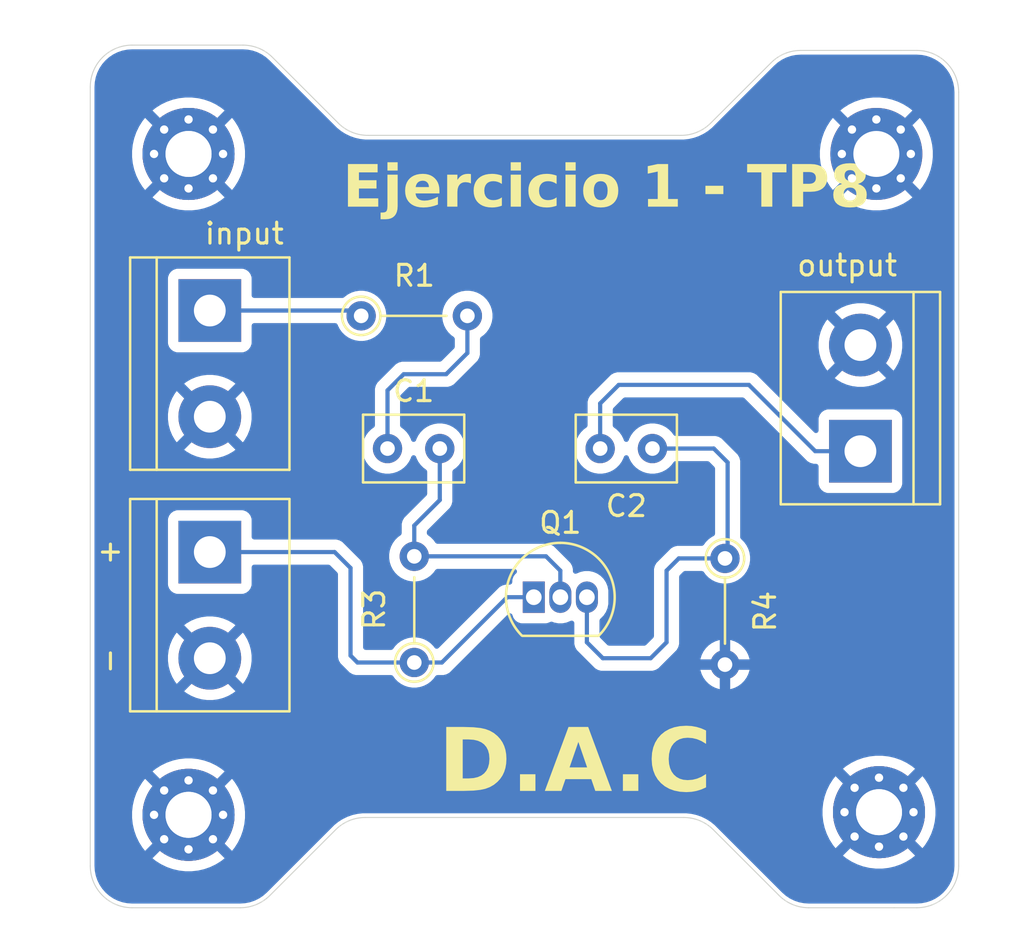
<source format=kicad_pcb>
(kicad_pcb (version 20241229) (generator "pcbnew") (generator_version "9.0")
  (layers (0 "F.Cu" signal) (2 "B.Cu" signal) (13 "F.Paste" user) (15 "B.Paste" user) (5 "F.SilkS" user "F.Silkscreen") (7 "B.SilkS" user "B.Silkscreen") (1 "F.Mask" user) (3 "B.Mask" user) (25 "Edge.Cuts" user))
  (net 0 "")
  (net 1 "Net-(C1-Pad1)")
  (net 2 "Net-(Q1-B)")
  (net 3 "Net-(Q1-E)")
  (net 4 "Net-(J3-Pin_1)")
  (net 5 "Net-(J1-Pin_1)")
  (net 6 "GND")
  (net 7 "VDD")
  (footprint "MountingHole:MountingHole_2.2mm_M2_Pad_Via" (layer "F.Cu") (at 151.638 63.373)
    (property "Reference" "H3" (hide yes))
    (property "Value" "MountingHole_Pad")
    (pad "1" thru_hole circle (at -1.65 0) (size 0.7 0.7) (drill 0.4) (layers "*.Cu" "*.Mask") (net 6 "GND"))
    (pad "1" thru_hole circle (at -1.166726 -1.166726) (size 0.7 0.7) (drill 0.4) (layers "*.Cu" "*.Mask") (net 6 "GND"))
    (pad "1" thru_hole circle (at -1.166726 1.166726) (size 0.7 0.7) (drill 0.4) (layers "*.Cu" "*.Mask") (net 6 "GND"))
    (pad "1" thru_hole circle (at 0 -1.65) (size 0.7 0.7) (drill 0.4) (layers "*.Cu" "*.Mask") (net 6 "GND"))
    (pad "1" thru_hole circle (at 0 0) (size 4.4 4.4) (drill 2.2) (layers "*.Cu" "*.Mask") (net 6 "GND"))
    (pad "1" thru_hole circle (at 0 1.65) (size 0.7 0.7) (drill 0.4) (layers "*.Cu" "*.Mask") (net 6 "GND"))
    (pad "1" thru_hole circle (at 1.166726 -1.166726) (size 0.7 0.7) (drill 0.4) (layers "*.Cu" "*.Mask") (net 6 "GND"))
    (pad "1" thru_hole circle (at 1.166726 1.166726) (size 0.7 0.7) (drill 0.4) (layers "*.Cu" "*.Mask") (net 6 "GND"))
    (pad "1" thru_hole circle (at 1.65 0) (size 0.7 0.7) (drill 0.4) (layers "*.Cu" "*.Mask") (net 6 "GND"))
  )
  (footprint "MountingHole:MountingHole_2.2mm_M2_Pad_Via" (layer "F.Cu") (at 118.745 94.996)
    (property "Reference" "H3" (hide yes))
    (property "Value" "MountingHole_Pad")
    (pad "1" thru_hole circle (at -1.65 0) (size 0.7 0.7) (drill 0.4) (layers "*.Cu" "*.Mask") (net 6 "GND"))
    (pad "1" thru_hole circle (at -1.166726 -1.166726) (size 0.7 0.7) (drill 0.4) (layers "*.Cu" "*.Mask") (net 6 "GND"))
    (pad "1" thru_hole circle (at -1.166726 1.166726) (size 0.7 0.7) (drill 0.4) (layers "*.Cu" "*.Mask") (net 6 "GND"))
    (pad "1" thru_hole circle (at 0 -1.65) (size 0.7 0.7) (drill 0.4) (layers "*.Cu" "*.Mask") (net 6 "GND"))
    (pad "1" thru_hole circle (at 0 0) (size 4.4 4.4) (drill 2.2) (layers "*.Cu" "*.Mask") (net 6 "GND"))
    (pad "1" thru_hole circle (at 0 1.65) (size 0.7 0.7) (drill 0.4) (layers "*.Cu" "*.Mask") (net 6 "GND"))
    (pad "1" thru_hole circle (at 1.166726 -1.166726) (size 0.7 0.7) (drill 0.4) (layers "*.Cu" "*.Mask") (net 6 "GND"))
    (pad "1" thru_hole circle (at 1.166726 1.166726) (size 0.7 0.7) (drill 0.4) (layers "*.Cu" "*.Mask") (net 6 "GND"))
    (pad "1" thru_hole circle (at 1.65 0) (size 0.7 0.7) (drill 0.4) (layers "*.Cu" "*.Mask") (net 6 "GND"))
  )
  (footprint "Package_TO_SOT_THT:TO-92_Inline" (layer "F.Cu") (at 135.255 84.582)
    (property "Reference" "Q1" (at 1.27 -3.56 0) (layer "F.SilkS"))
    (property "Value" "BC548")
    (fp_line (start -0.53 1.85) (end 3.07 1.85) (stroke (width 0.12)) (layer "F.SilkS"))
    (fp_arc (start -0.568478 1.838478) (mid -1.132087 -0.994977) (end 1.27 -2.6) (stroke (width 0.12)) (layer "F.SilkS"))
    (fp_arc (start 1.27 -2.6) (mid 3.672087 -0.994977) (end 3.108478 1.838478) (stroke (width 0.12)) (layer "F.SilkS"))
    (pad "1" thru_hole rect (at 0 0) (size 1.05 1.5) (drill 0.75) (layers "*.Cu" "*.Mask") (net 7 "VDD"))
    (pad "2" thru_hole oval (at 1.27 0) (size 1.05 1.5) (drill 0.75) (layers "*.Cu" "*.Mask") (net 2 "Net-(Q1-B)"))
    (pad "3" thru_hole oval (at 2.54 0) (size 1.05 1.5) (drill 0.75) (layers "*.Cu" "*.Mask") (net 3 "Net-(Q1-E)"))
  )
  (footprint "" (layer "F.Cu") (at 118.745 63.373)
    (property "Reference" "" (at 0 0 0) (layer "F.SilkS") (effects (font (size 1.27 1.27))))
    (property "Value" "")
    (pad "1" thru_hole circle (at 0 0) (size 4.4 4.4) (drill 2.2) (layers "*.Cu" "*.Mask") (net 6 "GND"))
  )
  (footprint "MountingHole:MountingHole_2.2mm_M2_Pad_Via" (layer "F.Cu") (at 151.765 94.869)
    (property "Reference" "H3" (hide yes))
    (property "Value" "MountingHole_Pad")
    (pad "1" thru_hole circle (at -1.65 0) (size 0.7 0.7) (drill 0.4) (layers "*.Cu" "*.Mask") (net 6 "GND"))
    (pad "1" thru_hole circle (at -1.166726 -1.166726) (size 0.7 0.7) (drill 0.4) (layers "*.Cu" "*.Mask") (net 6 "GND"))
    (pad "1" thru_hole circle (at -1.166726 1.166726) (size 0.7 0.7) (drill 0.4) (layers "*.Cu" "*.Mask") (net 6 "GND"))
    (pad "1" thru_hole circle (at 0 -1.65) (size 0.7 0.7) (drill 0.4) (layers "*.Cu" "*.Mask") (net 6 "GND"))
    (pad "1" thru_hole circle (at 0 0) (size 4.4 4.4) (drill 2.2) (layers "*.Cu" "*.Mask") (net 6 "GND"))
    (pad "1" thru_hole circle (at 0 1.65) (size 0.7 0.7) (drill 0.4) (layers "*.Cu" "*.Mask") (net 6 "GND"))
    (pad "1" thru_hole circle (at 1.166726 -1.166726) (size 0.7 0.7) (drill 0.4) (layers "*.Cu" "*.Mask") (net 6 "GND"))
    (pad "1" thru_hole circle (at 1.166726 1.166726) (size 0.7 0.7) (drill 0.4) (layers "*.Cu" "*.Mask") (net 6 "GND"))
    (pad "1" thru_hole circle (at 1.65 0) (size 0.7 0.7) (drill 0.4) (layers "*.Cu" "*.Mask") (net 6 "GND"))
  )
  (footprint "Capacitor_THT:C_Rect_L4.6mm_W3.0mm_P2.50mm_MKS02_FKP02" (layer "F.Cu") (at 140.93 77.47 180)
    (property "Reference" "C2" (at 1.25 -2.75 0) (layer "F.SilkS"))
    (property "Value" "C")
    (fp_line (start 3.67 -1.62) (end 3.67 1.62) (stroke (width 0.12)) (layer "F.SilkS"))
    (fp_line (start -1.17 1.62) (end 3.67 1.62) (stroke (width 0.12)) (layer "F.SilkS"))
    (fp_line (start -1.17 -1.62) (end 3.67 -1.62) (stroke (width 0.12)) (layer "F.SilkS"))
    (fp_line (start -1.17 -1.62) (end -1.17 1.62) (stroke (width 0.12)) (layer "F.SilkS"))
    (pad "1" thru_hole circle (at 0 0 180) (size 1.4 1.4) (drill 0.7) (layers "*.Cu" "*.Mask") (net 3 "Net-(Q1-E)"))
    (pad "2" thru_hole circle (at 2.5 0 180) (size 1.4 1.4) (drill 0.7) (layers "*.Cu" "*.Mask") (net 4 "Net-(J3-Pin_1)"))
  )
  (footprint "TerminalBlock:TerminalBlock_bornier-2_P5.08mm" (layer "F.Cu") (at 150.876 77.597 90)
    (property "Reference" "output" (at 8.89 -0.635 0) (layer "F.SilkS"))
    (property "Value" "output_signal")
    (fp_line (start 7.62 -3.81) (end -2.54 -3.81) (stroke (width 0.12)) (layer "F.SilkS"))
    (fp_line (start -2.54 -3.81) (end -2.54 3.81) (stroke (width 0.12)) (layer "F.SilkS"))
    (fp_line (start 7.62 2.54) (end -2.54 2.54) (stroke (width 0.12)) (layer "F.SilkS"))
    (fp_line (start 7.62 3.81) (end 7.62 -3.81) (stroke (width 0.12)) (layer "F.SilkS"))
    (fp_line (start -2.54 3.81) (end 7.62 3.81) (stroke (width 0.12)) (layer "F.SilkS"))
    (pad "1" thru_hole rect (at 0 0 90) (size 3 3) (drill 1.52) (layers "*.Cu" "*.Mask") (net 4 "Net-(J3-Pin_1)"))
    (pad "2" thru_hole circle (at 5.08 0 90) (size 3 3) (drill 1.52) (layers "*.Cu" "*.Mask") (net 6 "GND"))
  )
  (footprint "TerminalBlock:TerminalBlock_bornier-2_P5.08mm" (layer "F.Cu") (at 119.761 82.423 -90)
    (property "Reference" "+" (at 0 4.826 90) (layer "F.SilkS"))
    (property "Value" "alimentacion")
    (fp_line (start -2.54 3.81) (end 7.62 3.81) (stroke (width 0.12)) (layer "F.SilkS"))
    (fp_line (start 7.62 3.81) (end 7.62 -3.81) (stroke (width 0.12)) (layer "F.SilkS"))
    (fp_line (start 7.62 2.54) (end -2.54 2.54) (stroke (width 0.12)) (layer "F.SilkS"))
    (fp_line (start -2.54 -3.81) (end -2.54 3.81) (stroke (width 0.12)) (layer "F.SilkS"))
    (fp_line (start 7.62 -3.81) (end -2.54 -3.81) (stroke (width 0.12)) (layer "F.SilkS"))
    (pad "1" thru_hole rect (at 0 0 270) (size 3 3) (drill 1.52) (layers "*.Cu" "*.Mask") (net 7 "VDD"))
    (pad "2" thru_hole circle (at 5.08 0 270) (size 3 3) (drill 1.52) (layers "*.Cu" "*.Mask") (net 6 "GND"))
  )
  (footprint "Resistor_THT:R_Axial_DIN0204_L3.6mm_D1.6mm_P5.08mm_Vertical" (layer "F.Cu") (at 129.54 87.707 90)
    (property "Reference" "R3" (at 2.54 -1.92 90) (layer "F.SilkS"))
    (property "Value" "RB")
    (fp_line (start 0.92 0) (end 4.08 0) (stroke (width 0.12)) (layer "F.SilkS"))
    (fp_circle (center 0 0) (end 0.92 0) (stroke (width 0.12)) (fill no) (layer "F.SilkS"))
    (pad "1" thru_hole circle (at 0 0 90) (size 1.4 1.4) (drill 0.7) (layers "*.Cu" "*.Mask") (net 7 "VDD"))
    (pad "2" thru_hole oval (at 5.08 0 90) (size 1.4 1.4) (drill 0.7) (layers "*.Cu" "*.Mask") (net 2 "Net-(Q1-B)"))
  )
  (footprint "Capacitor_THT:C_Rect_L4.6mm_W3.0mm_P2.50mm_MKS02_FKP02" (layer "F.Cu") (at 128.26 77.47)
    (property "Reference" "C1" (at 1.25 -2.75 0) (layer "F.SilkS"))
    (property "Value" "C")
    (fp_line (start -1.17 -1.62) (end -1.17 1.62) (stroke (width 0.12)) (layer "F.SilkS"))
    (fp_line (start -1.17 -1.62) (end 3.67 -1.62) (stroke (width 0.12)) (layer "F.SilkS"))
    (fp_line (start -1.17 1.62) (end 3.67 1.62) (stroke (width 0.12)) (layer "F.SilkS"))
    (fp_line (start 3.67 -1.62) (end 3.67 1.62) (stroke (width 0.12)) (layer "F.SilkS"))
    (pad "1" thru_hole circle (at 0 0) (size 1.4 1.4) (drill 0.7) (layers "*.Cu" "*.Mask") (net 1 "Net-(C1-Pad1)"))
    (pad "2" thru_hole circle (at 2.5 0) (size 1.4 1.4) (drill 0.7) (layers "*.Cu" "*.Mask") (net 2 "Net-(Q1-B)"))
  )
  (footprint "" (layer "F.Cu") (at 151.765 94.869)
    (property "Reference" "" (at 0 0 0) (layer "F.SilkS") (effects (font (size 1.27 1.27))))
    (property "Value" "")
    (pad "1" thru_hole circle (at 0 0) (size 4.4 4.4) (drill 2.2) (layers "*.Cu" "*.Mask") (net 6 "GND"))
  )
  (footprint "Resistor_THT:R_Axial_DIN0204_L3.6mm_D1.6mm_P5.08mm_Vertical" (layer "F.Cu") (at 144.399 82.727 -90)
    (property "Reference" "R4" (at 2.54 -1.92 90) (layer "F.SilkS"))
    (property "Value" "RE")
    (fp_line (start 0.92 0) (end 4.08 0) (stroke (width 0.12)) (layer "F.SilkS"))
    (fp_circle (center 0 0) (end 0.92 0) (stroke (width 0.12)) (fill no) (layer "F.SilkS"))
    (pad "1" thru_hole circle (at 0 0 270) (size 1.4 1.4) (drill 0.7) (layers "*.Cu" "*.Mask") (net 3 "Net-(Q1-E)"))
    (pad "2" thru_hole oval (at 5.08 0 270) (size 1.4 1.4) (drill 0.7) (layers "*.Cu" "*.Mask") (net 6 "GND"))
  )
  (footprint "TerminalBlock:TerminalBlock_bornier-2_P5.08mm" (layer "F.Cu") (at 119.761 70.866 -90)
    (property "Reference" "input" (at -3.683 -1.651 0) (layer "F.SilkS"))
    (property "Value" "Input_signal")
    (fp_line (start -2.54 3.81) (end 7.62 3.81) (stroke (width 0.12)) (layer "F.SilkS"))
    (fp_line (start 7.62 3.81) (end 7.62 -3.81) (stroke (width 0.12)) (layer "F.SilkS"))
    (fp_line (start 7.62 2.54) (end -2.54 2.54) (stroke (width 0.12)) (layer "F.SilkS"))
    (fp_line (start -2.54 -3.81) (end -2.54 3.81) (stroke (width 0.12)) (layer "F.SilkS"))
    (fp_line (start 7.62 -3.81) (end -2.54 -3.81) (stroke (width 0.12)) (layer "F.SilkS"))
    (pad "1" thru_hole rect (at 0 0 270) (size 3 3) (drill 1.52) (layers "*.Cu" "*.Mask") (net 5 "Net-(J1-Pin_1)"))
    (pad "2" thru_hole circle (at 5.08 0 270) (size 3 3) (drill 1.52) (layers "*.Cu" "*.Mask") (net 6 "GND"))
  )
  (footprint "" (layer "F.Cu") (at 118.745 94.996)
    (property "Reference" "" (at 0 0 0) (layer "F.SilkS") (effects (font (size 1.27 1.27))))
    (property "Value" "")
    (pad "1" thru_hole circle (at 0 0) (size 4.4 4.4) (drill 2.2) (layers "*.Cu" "*.Mask") (net 6 "GND"))
  )
  (footprint "Resistor_THT:R_Axial_DIN0204_L3.6mm_D1.6mm_P5.08mm_Vertical" (layer "F.Cu") (at 127 71.12)
    (property "Reference" "R1" (at 2.54 -1.92 0) (layer "F.SilkS"))
    (property "Value" "Rs")
    (fp_line (start 0.92 0) (end 4.08 0) (stroke (width 0.12)) (layer "F.SilkS"))
    (fp_circle (center 0 0) (end 0.92 0) (stroke (width 0.12)) (fill no) (layer "F.SilkS"))
    (pad "1" thru_hole circle (at 0 0) (size 1.4 1.4) (drill 0.7) (layers "*.Cu" "*.Mask") (net 5 "Net-(J1-Pin_1)"))
    (pad "2" thru_hole oval (at 5.08 0) (size 1.4 1.4) (drill 0.7) (layers "*.Cu" "*.Mask") (net 1 "Net-(C1-Pad1)"))
  )
  (footprint "MountingHole:MountingHole_2.2mm_M2_Pad_Via" (layer "F.Cu") (at 118.745 63.373)
    (property "Reference" "H3" (hide yes))
    (property "Value" "MountingHole_Pad")
    (pad "1" thru_hole circle (at -1.65 0) (size 0.7 0.7) (drill 0.4) (layers "*.Cu" "*.Mask") (net 6 "GND"))
    (pad "1" thru_hole circle (at -1.166726 -1.166726) (size 0.7 0.7) (drill 0.4) (layers "*.Cu" "*.Mask") (net 6 "GND"))
    (pad "1" thru_hole circle (at -1.166726 1.166726) (size 0.7 0.7) (drill 0.4) (layers "*.Cu" "*.Mask") (net 6 "GND"))
    (pad "1" thru_hole circle (at 0 -1.65) (size 0.7 0.7) (drill 0.4) (layers "*.Cu" "*.Mask") (net 6 "GND"))
    (pad "1" thru_hole circle (at 0 0) (size 4.4 4.4) (drill 2.2) (layers "*.Cu" "*.Mask") (net 6 "GND"))
    (pad "1" thru_hole circle (at 0 1.65) (size 0.7 0.7) (drill 0.4) (layers "*.Cu" "*.Mask") (net 6 "GND"))
    (pad "1" thru_hole circle (at 1.166726 -1.166726) (size 0.7 0.7) (drill 0.4) (layers "*.Cu" "*.Mask") (net 6 "GND"))
    (pad "1" thru_hole circle (at 1.166726 1.166726) (size 0.7 0.7) (drill 0.4) (layers "*.Cu" "*.Mask") (net 6 "GND"))
    (pad "1" thru_hole circle (at 1.65 0) (size 0.7 0.7) (drill 0.4) (layers "*.Cu" "*.Mask") (net 6 "GND"))
  )
  (gr_line (start 152.492573 99.441) (end 153.575 99.441) (stroke (width 0.05)) (layer "Edge.Cuts"))
  (gr_line (start 143.841787 95.708787) (end 146.988214 98.855214) (stroke (width 0.05)) (layer "Edge.Cuts"))
  (gr_arc (start 114.046 60.166) (mid 114.631786 58.751786) (end 116.046 58.166) (stroke (width 0.05)) (layer "Edge.Cuts"))
  (gr_line (start 125.906213 61.898213) (end 122.759786 58.751786) (stroke (width 0.05)) (layer "Edge.Cuts"))
  (gr_line (start 155.575 97.441) (end 155.575 60.42) (stroke (width 0.05)) (layer "Edge.Cuts"))
  (gr_arc (start 125.779214 95.708786) (mid 126.428062 95.27525) (end 127.193427 95.123) (stroke (width 0.05)) (layer "Edge.Cuts"))
  (gr_line (start 114.046 97.441) (end 114.046 60.166) (stroke (width 0.05)) (layer "Edge.Cuts"))
  (gr_arc (start 142.427573 95.123) (mid 143.192946 95.275232) (end 143.841787 95.708787) (stroke (width 0.05)) (layer "Edge.Cuts"))
  (gr_arc (start 116.046 99.441) (mid 114.631786 98.855214) (end 114.046 97.441) (stroke (width 0.05)) (layer "Edge.Cuts"))
  (gr_arc (start 122.632787 98.855213) (mid 121.983939 99.28875) (end 121.218573 99.441) (stroke (width 0.05)) (layer "Edge.Cuts"))
  (gr_arc (start 143.714787 61.898213) (mid 143.065939 62.33175) (end 142.300573 62.484) (stroke (width 0.05)) (layer "Edge.Cuts"))
  (gr_arc (start 155.575 97.441) (mid 154.989214 98.855214) (end 153.575 99.441) (stroke (width 0.05)) (layer "Edge.Cuts"))
  (gr_arc (start 146.607214 59.005786) (mid 147.256062 58.57225) (end 148.021427 58.42) (stroke (width 0.05)) (layer "Edge.Cuts"))
  (gr_line (start 153.575 58.42) (end 152.813 58.42) (stroke (width 0.05)) (layer "Edge.Cuts"))
  (gr_line (start 122.632787 98.855213) (end 125.779214 95.708786) (stroke (width 0.05)) (layer "Edge.Cuts"))
  (gr_line (start 127.320427 62.484) (end 142.300573 62.484) (stroke (width 0.05)) (layer "Edge.Cuts"))
  (gr_line (start 150.241 58.42) (end 148.021427 58.42) (stroke (width 0.05)) (layer "Edge.Cuts"))
  (gr_arc (start 121.345573 58.166) (mid 122.110945 58.318232) (end 122.759786 58.751786) (stroke (width 0.05)) (layer "Edge.Cuts"))
  (gr_arc (start 127.320427 62.484) (mid 126.555054 62.331768) (end 125.906213 61.898213) (stroke (width 0.05)) (layer "Edge.Cuts"))
  (gr_line (start 148.402427 99.441) (end 152.492573 99.441) (stroke (width 0.05)) (layer "Edge.Cuts"))
  (gr_line (start 143.714787 61.898213) (end 146.607214 59.005786) (stroke (width 0.05)) (layer "Edge.Cuts"))
  (gr_arc (start 153.575 58.42) (mid 154.989214 59.005786) (end 155.575 60.42) (stroke (width 0.05)) (layer "Edge.Cuts"))
  (gr_line (start 152.813 58.42) (end 150.241 58.42) (stroke (width 0.05)) (layer "Edge.Cuts"))
  (gr_line (start 116.046 58.166) (end 121.3456 58.166) (stroke (width 0.05)) (layer "Edge.Cuts"))
  (gr_line (start 127.193427 95.123) (end 142.427573 95.123) (stroke (width 0.05)) (layer "Edge.Cuts"))
  (gr_arc (start 148.402427 99.441) (mid 147.637055 99.288768) (end 146.988214 98.855214) (stroke (width 0.05)) (layer "Edge.Cuts"))
  (gr_line (start 121.227881 99.441) (end 116.046 99.441) (stroke (width 0.05)) (layer "Edge.Cuts"))
  (gr_text "Ejercicio 1 - TP8\n	  \n" (at 126.111 69.596 0) (layer "F.SilkS") (effects (font (size 2 2) (thickness 0.3) (bold yes)) (justify left bottom)))
  (gr_text "D.A.C" (at 130.683 94.361 0) (layer "F.SilkS") (effects (font (size 3 3) (thickness 0.3) (bold yes)) (justify left bottom)))
  (gr_text "-\n" (at 114.935 87.63 90) (layer "F.SilkS") (effects (font (size 1 1))))
  (segment (start 129.032 73.914) (end 128.26 74.686) (width 0.2) (layer "B.Cu") (net 1))
  (segment (start 132.08 71.12) (end 132.08 72.898) (width 0.2) (layer "B.Cu") (net 1))
  (segment (start 128.26 74.686) (end 128.26 77.47) (width 0.2) (layer "B.Cu") (net 1))
  (segment (start 131.064 73.914) (end 129.032 73.914) (width 0.2) (layer "B.Cu") (net 1))
  (segment (start 132.08 72.898) (end 131.064 73.914) (width 0.2) (layer "B.Cu") (net 1))
  (segment (start 129.54 81.153) (end 129.54 82.627) (width 0.2) (layer "B.Cu") (net 2))
  (segment (start 135.84 82.627) (end 136.525 83.312) (width 0.2) (layer "B.Cu") (net 2))
  (segment (start 129.54 82.627) (end 135.84 82.627) (width 0.2) (layer "B.Cu") (net 2))
  (segment (start 130.76 79.933) (end 129.54 81.153) (width 0.2) (layer "B.Cu") (net 2))
  (segment (start 136.525 83.312) (end 136.525 84.582) (width 0.2) (layer "B.Cu") (net 2))
  (segment (start 130.76 77.47) (end 130.76 79.933) (width 0.2) (layer "B.Cu") (net 2))
  (segment (start 142.19 82.727) (end 144.399 82.727) (width 0.2) (layer "B.Cu") (net 3))
  (segment (start 140.93 77.47) (end 143.864 77.47) (width 0.2) (layer "B.Cu") (net 3))
  (segment (start 143.864 77.47) (end 144.526 78.132) (width 0.2) (layer "B.Cu") (net 3))
  (segment (start 141.605 83.312) (end 142.19 82.727) (width 0.2) (layer "B.Cu") (net 3))
  (segment (start 140.843 87.503) (end 141.605 86.741) (width 0.2) (layer "B.Cu") (net 3))
  (segment (start 137.795 86.741) (end 138.557 87.503) (width 0.2) (layer "B.Cu") (net 3))
  (segment (start 137.795 84.582) (end 137.795 86.741) (width 0.2) (layer "B.Cu") (net 3))
  (segment (start 144.526 82.6) (end 144.399 82.727) (width 0.2) (layer "B.Cu") (net 3))
  (segment (start 138.557 87.503) (end 140.843 87.503) (width 0.2) (layer "B.Cu") (net 3))
  (segment (start 141.605 86.741) (end 141.605 83.312) (width 0.2) (layer "B.Cu") (net 3))
  (segment (start 144.526 78.132) (end 144.526 82.6) (width 0.2) (layer "B.Cu") (net 3))
  (segment (start 138.43 77.47) (end 138.43 75.311) (width 0.2) (layer "B.Cu") (net 4))
  (segment (start 139.319 74.422) (end 145.542 74.422) (width 0.2) (layer "B.Cu") (net 4))
  (segment (start 138.43 75.311) (end 139.319 74.422) (width 0.2) (layer "B.Cu") (net 4))
  (segment (start 148.717 77.597) (end 150.876 77.597) (width 0.2) (layer "B.Cu") (net 4))
  (segment (start 145.542 74.422) (end 148.717 77.597) (width 0.2) (layer "B.Cu") (net 4))
  (segment (start 119.761 70.866) (end 126.746 70.866) (width 0.2) (layer "B.Cu") (net 5))
  (segment (start 126.746 70.866) (end 127 71.12) (width 0.2) (layer "B.Cu") (net 5))
  (segment (start 144.399 87.453) (end 144.349 87.503) (width 0.2) (layer "B.Cu") (net 6))
  (segment (start 130.86 87.707) (end 133.985 84.582) (width 0.2) (layer "B.Cu") (net 7))
  (segment (start 129.54 87.707) (end 130.86 87.707) (width 0.2) (layer "B.Cu") (net 7))
  (segment (start 119.761 82.423) (end 125.73 82.423) (width 0.2) (layer "B.Cu") (net 7))
  (segment (start 126.492 83.185) (end 126.492 87.376) (width 0.2) (layer "B.Cu") (net 7))
  (segment (start 126.823 87.707) (end 129.54 87.707) (width 0.2) (layer "B.Cu") (net 7))
  (segment (start 126.492 87.376) (end 126.823 87.707) (width 0.2) (layer "B.Cu") (net 7))
  (segment (start 133.985 84.582) (end 135.255 84.582) (width 0.2) (layer "B.Cu") (net 7))
  (segment (start 125.73 82.423) (end 126.492 83.185) (width 0.2) (layer "B.Cu") (net 7))
  (zone (net 6) (net_name "GND") (layer "B.Cu") (connect_pads (clearance 0.5)) (min_thickness 0.25) (fill yes (thermal_gap 0.5) (thermal_bridge_width 0.5))
    (polygon (pts (xy 157.607 58.293) (xy 155.321 56.007) (xy 110.744 56.007) (xy 109.728 57.023) (xy 109.728 98.171) (xy 112.649 101.092) (xy 156.337 101.092) (xy 157.607 99.822)))
  )
)
</source>
